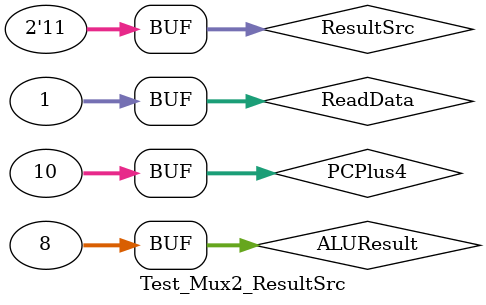
<source format=sv>
`timescale 1ns / 1ps


module Test_Mux2_ResultSrc();

logic [31:0] ALUResult;
logic [31:0] ReadData;
logic [31:0] PCPlus4;
logic [1:0] ResultSrc;
logic [31:0] y;

Mux2_ResultSrc DUT(ALUResult, ReadData, PCPlus4, ResultSrc, y);

initial begin
ResultSrc = 2'b00; ALUResult = 32'b1000; ReadData = 32'b0001; PCPlus4 = 32'b1010;
#10;
ResultSrc = 2'b01;
#10;
ResultSrc = 2'b10;
#10;
ResultSrc = 2'b11;

//-------------------------------------------------Passed-----------------------------------------------------------//

end
endmodule

</source>
